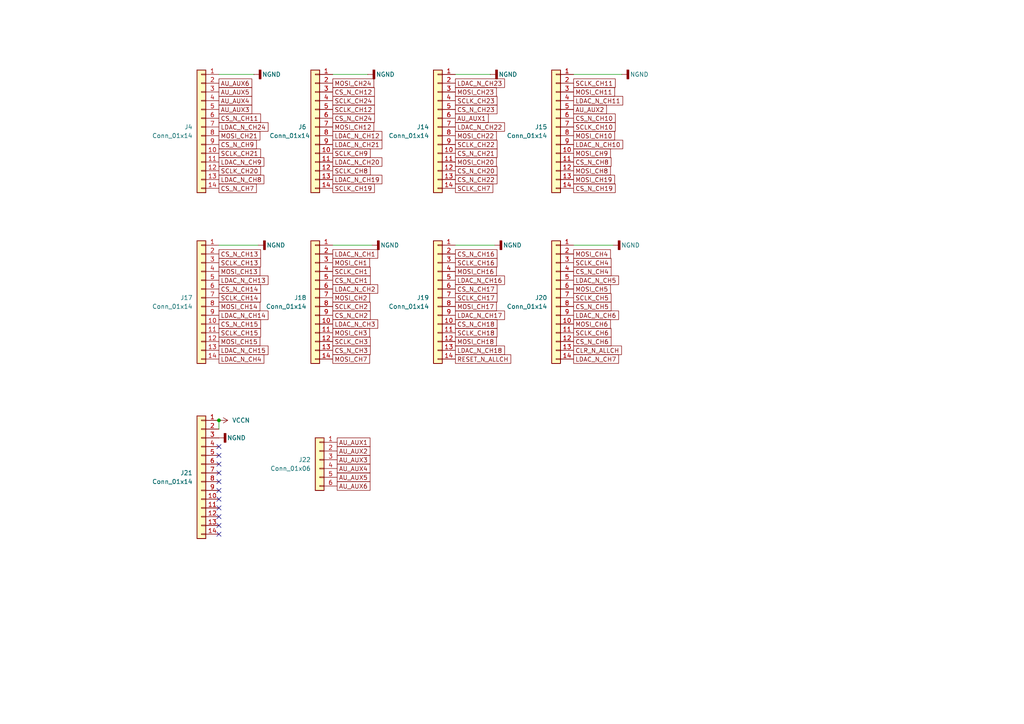
<source format=kicad_sch>
(kicad_sch (version 20250114) (generator "eeschema") (generator_version "9.0")
  (paper "A4")
  (lib_symbols
    (symbol "Connector_Generic:Conn_01x06" (pin_names (offset 1.016) (hide yes))
      (property "Reference" "J" (at 0 7.62 0))
      (property "Value" "Conn_01x06" (at 0 -10.16 0))
      (symbol "Conn_01x06_1_1"
        (rectangle (start -1.27 6.35) (end 1.27 -8.89) (stroke (width 0.254)) (fill (type background)))
        (rectangle (start -1.27 5.207) (end 0 4.953) (stroke (width 0.1524)))
        (rectangle (start -1.27 2.667) (end 0 2.413) (stroke (width 0.1524)))
        (rectangle (start -1.27 0.127) (end 0 -0.127) (stroke (width 0.1524)))
        (rectangle (start -1.27 -2.413) (end 0 -2.667) (stroke (width 0.1524)))
        (rectangle (start -1.27 -4.953) (end 0 -5.207) (stroke (width 0.1524)))
        (rectangle (start -1.27 -7.493) (end 0 -7.747) (stroke (width 0.1524)))
        (pin passive line (at -5.08 5.08 0) (length 3.81) (name "Pin_1") (number "1"))
        (pin passive line (at -5.08 2.54 0) (length 3.81) (name "Pin_2") (number "2"))
        (pin passive line (at -5.08 0 0) (length 3.81) (name "Pin_3") (number "3"))
        (pin passive line (at -5.08 -2.54 0) (length 3.81) (name "Pin_4") (number "4"))
        (pin passive line (at -5.08 -5.08 0) (length 3.81) (name "Pin_5") (number "5"))
        (pin passive line (at -5.08 -7.62 0) (length 3.81) (name "Pin_6") (number "6"))
      )
    )
    (symbol "Connector_Generic:Conn_01x14" (pin_names (offset 1.016) (hide yes))
      (property "Reference" "J" (at 0 17.78 0))
      (property "Value" "Conn_01x14" (at 0 -20.32 0))
      (symbol "Conn_01x14_1_1"
        (rectangle (start -1.27 16.51) (end 1.27 -19.05) (stroke (width 0.254)) (fill (type background)))
        (rectangle (start -1.27 15.367) (end 0 15.113) (stroke (width 0.1524)))
        (rectangle (start -1.27 12.827) (end 0 12.573) (stroke (width 0.1524)))
        (rectangle (start -1.27 10.287) (end 0 10.033) (stroke (width 0.1524)))
        (rectangle (start -1.27 7.747) (end 0 7.493) (stroke (width 0.1524)))
        (rectangle (start -1.27 5.207) (end 0 4.953) (stroke (width 0.1524)))
        (rectangle (start -1.27 2.667) (end 0 2.413) (stroke (width 0.1524)))
        (rectangle (start -1.27 0.127) (end 0 -0.127) (stroke (width 0.1524)))
        (rectangle (start -1.27 -2.413) (end 0 -2.667) (stroke (width 0.1524)))
        (rectangle (start -1.27 -4.953) (end 0 -5.207) (stroke (width 0.1524)))
        (rectangle (start -1.27 -7.493) (end 0 -7.747) (stroke (width 0.1524)))
        (rectangle (start -1.27 -10.033) (end 0 -10.287) (stroke (width 0.1524)))
        (rectangle (start -1.27 -12.573) (end 0 -12.827) (stroke (width 0.1524)))
        (rectangle (start -1.27 -15.113) (end 0 -15.367) (stroke (width 0.1524)))
        (rectangle (start -1.27 -17.653) (end 0 -17.907) (stroke (width 0.1524)))
        (pin passive line (at -5.08 15.24 0) (length 3.81) (name "Pin_1") (number "1"))
        (pin passive line (at -5.08 12.7 0) (length 3.81) (name "Pin_2") (number "2"))
        (pin passive line (at -5.08 10.16 0) (length 3.81) (name "Pin_3") (number "3"))
        (pin passive line (at -5.08 7.62 0) (length 3.81) (name "Pin_4") (number "4"))
        (pin passive line (at -5.08 5.08 0) (length 3.81) (name "Pin_5") (number "5"))
        (pin passive line (at -5.08 2.54 0) (length 3.81) (name "Pin_6") (number "6"))
        (pin passive line (at -5.08 0 0) (length 3.81) (name "Pin_7") (number "7"))
        (pin passive line (at -5.08 -2.54 0) (length 3.81) (name "Pin_8") (number "8"))
        (pin passive line (at -5.08 -5.08 0) (length 3.81) (name "Pin_9") (number "9"))
        (pin passive line (at -5.08 -7.62 0) (length 3.81) (name "Pin_10") (number "10"))
        (pin passive line (at -5.08 -10.16 0) (length 3.81) (name "Pin_11") (number "11"))
        (pin passive line (at -5.08 -12.7 0) (length 3.81) (name "Pin_12") (number "12"))
        (pin passive line (at -5.08 -15.24 0) (length 3.81) (name "Pin_13") (number "13"))
        (pin passive line (at -5.08 -17.78 0) (length 3.81) (name "Pin_14") (number "14"))
      )
    )
    (symbol "power:GNDD" (power) (pin_numbers (hide yes)) (pin_names (offset 0) (hide yes))
      (property "Value" "GNDD" (at 0 -3.175 0))
      (symbol "GNDD_0_1"
        (rectangle (start -1.27 -1.524) (end 1.27 -2.032) (stroke (width 0.254)) (fill (type outline)))
        (polyline (pts (xy 0 0) (xy 0 -1.524)))
      )
      (symbol "GNDD_1_1"
        (pin power_in line (at 0 0 270) (length 0) (name "~") (number "1"))
      )
    )
    (symbol "power:VCC" (power) (pin_numbers (hide yes)) (pin_names (offset 0) (hide yes))
      (property "Value" "VCC" (at 0 3.556 0))
      (symbol "VCC_0_1"
        (polyline (pts (xy -0.762 1.27) (xy 0 2.54)))
        (polyline (pts (xy 0 2.54) (xy 0.762 1.27)))
        (polyline (pts (xy 0 0) (xy 0 2.54)))
      )
      (symbol "VCC_1_1"
        (pin power_in line (at 0 0 90) (length 0) (name "~") (number "1"))
      )
    )
  )
  (junction (at 63.5 121.92))
  (no_connect (at 63.5 139.7))
  (no_connect (at 63.5 129.54))
  (no_connect (at 63.5 137.16))
  (no_connect (at 63.5 134.62))
  (no_connect (at 63.5 152.4))
  (no_connect (at 63.5 149.86))
  (no_connect (at 63.5 132.08))
  (no_connect (at 63.5 144.78))
  (no_connect (at 63.5 147.32))
  (no_connect (at 63.5 154.94))
  (no_connect (at 63.5 142.24))
  (wire (pts (xy 106.68 21.59) (xy 96.52 21.59)))
  (wire (pts (xy 107.95 71.12) (xy 96.52 71.12)))
  (wire (pts (xy 143.51 71.12) (xy 132.08 71.12)))
  (wire (pts (xy 74.93 71.12) (xy 63.5 71.12)))
  (wire (pts (xy 142.24 21.59) (xy 132.08 21.59)))
  (wire (pts (xy 73.66 21.59) (xy 63.5 21.59)))
  (wire (pts (xy 177.8 71.12) (xy 166.37 71.12)))
  (wire (pts (xy 63.5 121.92) (xy 63.5 124.46)))
  (wire (pts (xy 180.34 21.59) (xy 166.37 21.59)))
  (global_label "SCLK_CH7" (shape passive) (at 132.08 54.61 0) (property "Intersheetrefs" "${INTERSHEET_REFS}" (effects (hide yes))))
  (global_label "LDAC_N_CH17" (shape passive) (at 132.08 91.44 0) (property "Intersheetrefs" "${INTERSHEET_REFS}" (effects (hide yes))))
  (global_label "AU_AUX2" (shape passive) (at 166.37 31.75 0) (property "Intersheetrefs" "${INTERSHEET_REFS}" (effects (hide yes))))
  (global_label "CLR_N_ALLCH" (shape passive) (at 166.37 101.6 0) (property "Intersheetrefs" "${INTERSHEET_REFS}" (effects (hide yes))))
  (global_label "MOSI_CH19" (shape passive) (at 166.37 52.07 0) (property "Intersheetrefs" "${INTERSHEET_REFS}" (effects (hide yes))))
  (global_label "LDAC_N_CH9" (shape passive) (at 63.5 46.99 0) (property "Intersheetrefs" "${INTERSHEET_REFS}" (effects (hide yes))))
  (global_label "CS_N_CH7" (shape passive) (at 63.5 54.61 0) (property "Intersheetrefs" "${INTERSHEET_REFS}" (effects (hide yes))))
  (global_label "MOSI_CH24" (shape passive) (at 96.52 24.13 0) (property "Intersheetrefs" "${INTERSHEET_REFS}" (effects (hide yes))))
  (global_label "CS_N_CH11" (shape passive) (at 63.5 34.29 0) (property "Intersheetrefs" "${INTERSHEET_REFS}" (effects (hide yes))))
  (global_label "SCLK_CH12" (shape passive) (at 96.52 31.75 0) (property "Intersheetrefs" "${INTERSHEET_REFS}" (effects (hide yes))))
  (global_label "LDAC_N_CH16" (shape passive) (at 132.08 81.28 0) (property "Intersheetrefs" "${INTERSHEET_REFS}" (effects (hide yes))))
  (global_label "SCLK_CH3" (shape passive) (at 96.52 99.06 0) (property "Intersheetrefs" "${INTERSHEET_REFS}" (effects (hide yes))))
  (global_label "MOSI_CH9" (shape passive) (at 166.37 44.45 0) (property "Intersheetrefs" "${INTERSHEET_REFS}" (effects (hide yes))))
  (global_label "SCLK_CH20" (shape passive) (at 63.5 49.53 0) (property "Intersheetrefs" "${INTERSHEET_REFS}" (effects (hide yes))))
  (global_label "SCLK_CH1" (shape passive) (at 96.52 78.74 0) (property "Intersheetrefs" "${INTERSHEET_REFS}" (effects (hide yes))))
  (global_label "SCLK_CH17" (shape passive) (at 132.08 86.36 0) (property "Intersheetrefs" "${INTERSHEET_REFS}" (effects (hide yes))))
  (global_label "AU_AUX1" (shape passive) (at 132.08 34.29 0) (property "Intersheetrefs" "${INTERSHEET_REFS}" (effects (hide yes))))
  (global_label "MOSI_CH13" (shape passive) (at 63.5 78.74 0) (property "Intersheetrefs" "${INTERSHEET_REFS}" (effects (hide yes))))
  (global_label "SCLK_CH4" (shape passive) (at 166.37 76.2 0) (property "Intersheetrefs" "${INTERSHEET_REFS}" (effects (hide yes))))
  (global_label "CS_N_CH10" (shape passive) (at 166.37 34.29 0) (property "Intersheetrefs" "${INTERSHEET_REFS}" (effects (hide yes))))
  (global_label "SCLK_CH21" (shape passive) (at 63.5 44.45 0) (property "Intersheetrefs" "${INTERSHEET_REFS}" (effects (hide yes))))
  (global_label "AU_AUX1" (shape passive) (at 97.79 128.27 0) (property "Intersheetrefs" "${INTERSHEET_REFS}" (effects (hide yes))))
  (global_label "LDAC_N_CH15" (shape passive) (at 63.5 101.6 0) (property "Intersheetrefs" "${INTERSHEET_REFS}" (effects (hide yes))))
  (global_label "SCLK_CH6" (shape passive) (at 166.37 96.52 0) (property "Intersheetrefs" "${INTERSHEET_REFS}" (effects (hide yes))))
  (global_label "AU_AUX4" (shape passive) (at 63.5 29.21 0) (property "Intersheetrefs" "${INTERSHEET_REFS}" (effects (hide yes))))
  (global_label "SCLK_CH13" (shape passive) (at 63.5 76.2 0) (property "Intersheetrefs" "${INTERSHEET_REFS}" (effects (hide yes))))
  (global_label "MOSI_CH11" (shape passive) (at 166.37 26.67 0) (property "Intersheetrefs" "${INTERSHEET_REFS}" (effects (hide yes))))
  (global_label "SCLK_CH8" (shape passive) (at 96.52 49.53 0) (property "Intersheetrefs" "${INTERSHEET_REFS}" (effects (hide yes))))
  (global_label "SCLK_CH16" (shape passive) (at 132.08 76.2 0) (property "Intersheetrefs" "${INTERSHEET_REFS}" (effects (hide yes))))
  (global_label "AU_AUX5" (shape passive) (at 97.79 138.43 0) (property "Intersheetrefs" "${INTERSHEET_REFS}" (effects (hide yes))))
  (global_label "CS_N_CH6" (shape passive) (at 166.37 99.06 0) (property "Intersheetrefs" "${INTERSHEET_REFS}" (effects (hide yes))))
  (global_label "CS_N_CH2" (shape passive) (at 96.52 91.44 0) (property "Intersheetrefs" "${INTERSHEET_REFS}" (effects (hide yes))))
  (global_label "MOSI_CH5" (shape passive) (at 166.37 83.82 0) (property "Intersheetrefs" "${INTERSHEET_REFS}" (effects (hide yes))))
  (global_label "MOSI_CH18" (shape passive) (at 132.08 99.06 0) (property "Intersheetrefs" "${INTERSHEET_REFS}" (effects (hide yes))))
  (global_label "CS_N_CH16" (shape passive) (at 132.08 73.66 0) (property "Intersheetrefs" "${INTERSHEET_REFS}" (effects (hide yes))))
  (global_label "LDAC_N_CH13" (shape passive) (at 63.5 81.28 0) (property "Intersheetrefs" "${INTERSHEET_REFS}" (effects (hide yes))))
  (global_label "AU_AUX3" (shape passive) (at 63.5 31.75 0) (property "Intersheetrefs" "${INTERSHEET_REFS}" (effects (hide yes))))
  (global_label "SCLK_CH24" (shape passive) (at 96.52 29.21 0) (property "Intersheetrefs" "${INTERSHEET_REFS}" (effects (hide yes))))
  (global_label "CS_N_CH5" (shape passive) (at 166.37 88.9 0) (property "Intersheetrefs" "${INTERSHEET_REFS}" (effects (hide yes))))
  (global_label "MOSI_CH16" (shape passive) (at 132.08 78.74 0) (property "Intersheetrefs" "${INTERSHEET_REFS}" (effects (hide yes))))
  (global_label "CS_N_CH14" (shape passive) (at 63.5 83.82 0) (property "Intersheetrefs" "${INTERSHEET_REFS}" (effects (hide yes))))
  (global_label "AU_AUX5" (shape passive) (at 63.5 26.67 0) (property "Intersheetrefs" "${INTERSHEET_REFS}" (effects (hide yes))))
  (global_label "SCLK_CH23" (shape passive) (at 132.08 29.21 0) (property "Intersheetrefs" "${INTERSHEET_REFS}" (effects (hide yes))))
  (global_label "CS_N_CH12" (shape passive) (at 96.52 26.67 0) (property "Intersheetrefs" "${INTERSHEET_REFS}" (effects (hide yes))))
  (global_label "LDAC_N_CH12" (shape passive) (at 96.52 39.37 0) (property "Intersheetrefs" "${INTERSHEET_REFS}" (effects (hide yes))))
  (global_label "SCLK_CH15" (shape passive) (at 63.5 96.52 0) (property "Intersheetrefs" "${INTERSHEET_REFS}" (effects (hide yes))))
  (global_label "CS_N_CH15" (shape passive) (at 63.5 93.98 0) (property "Intersheetrefs" "${INTERSHEET_REFS}" (effects (hide yes))))
  (global_label "CS_N_CH21" (shape passive) (at 132.08 44.45 0) (property "Intersheetrefs" "${INTERSHEET_REFS}" (effects (hide yes))))
  (global_label "MOSI_CH8" (shape passive) (at 166.37 49.53 0) (property "Intersheetrefs" "${INTERSHEET_REFS}" (effects (hide yes))))
  (global_label "LDAC_N_CH5" (shape passive) (at 166.37 81.28 0) (property "Intersheetrefs" "${INTERSHEET_REFS}" (effects (hide yes))))
  (global_label "LDAC_N_CH23" (shape passive) (at 132.08 24.13 0) (property "Intersheetrefs" "${INTERSHEET_REFS}" (effects (hide yes))))
  (global_label "LDAC_N_CH22" (shape passive) (at 132.08 36.83 0) (property "Intersheetrefs" "${INTERSHEET_REFS}" (effects (hide yes))))
  (global_label "LDAC_N_CH8" (shape passive) (at 63.5 52.07 0) (property "Intersheetrefs" "${INTERSHEET_REFS}" (effects (hide yes))))
  (global_label "SCLK_CH11" (shape passive) (at 166.37 24.13 0) (property "Intersheetrefs" "${INTERSHEET_REFS}" (effects (hide yes))))
  (global_label "MOSI_CH20" (shape passive) (at 132.08 46.99 0) (property "Intersheetrefs" "${INTERSHEET_REFS}" (effects (hide yes))))
  (global_label "LDAC_N_CH2" (shape passive) (at 96.52 83.82 0) (property "Intersheetrefs" "${INTERSHEET_REFS}" (effects (hide yes))))
  (global_label "SCLK_CH9" (shape passive) (at 96.52 44.45 0) (property "Intersheetrefs" "${INTERSHEET_REFS}" (effects (hide yes))))
  (global_label "MOSI_CH22" (shape passive) (at 132.08 39.37 0) (property "Intersheetrefs" "${INTERSHEET_REFS}" (effects (hide yes))))
  (global_label "LDAC_N_CH7" (shape passive) (at 166.37 104.14 0) (property "Intersheetrefs" "${INTERSHEET_REFS}" (effects (hide yes))))
  (global_label "LDAC_N_CH14" (shape passive) (at 63.5 91.44 0) (property "Intersheetrefs" "${INTERSHEET_REFS}" (effects (hide yes))))
  (global_label "SCLK_CH19" (shape passive) (at 96.52 54.61 0) (property "Intersheetrefs" "${INTERSHEET_REFS}" (effects (hide yes))))
  (global_label "SCLK_CH22" (shape passive) (at 132.08 41.91 0) (property "Intersheetrefs" "${INTERSHEET_REFS}" (effects (hide yes))))
  (global_label "LDAC_N_CH19" (shape passive) (at 96.52 52.07 0) (property "Intersheetrefs" "${INTERSHEET_REFS}" (effects (hide yes))))
  (global_label "LDAC_N_CH18" (shape passive) (at 132.08 101.6 0) (property "Intersheetrefs" "${INTERSHEET_REFS}" (effects (hide yes))))
  (global_label "LDAC_N_CH6" (shape passive) (at 166.37 91.44 0) (property "Intersheetrefs" "${INTERSHEET_REFS}" (effects (hide yes))))
  (global_label "CS_N_CH23" (shape passive) (at 132.08 31.75 0) (property "Intersheetrefs" "${INTERSHEET_REFS}" (effects (hide yes))))
  (global_label "LDAC_N_CH3" (shape passive) (at 96.52 93.98 0) (property "Intersheetrefs" "${INTERSHEET_REFS}" (effects (hide yes))))
  (global_label "CS_N_CH8" (shape passive) (at 166.37 46.99 0) (property "Intersheetrefs" "${INTERSHEET_REFS}" (effects (hide yes))))
  (global_label "MOSI_CH2" (shape passive) (at 96.52 86.36 0) (property "Intersheetrefs" "${INTERSHEET_REFS}" (effects (hide yes))))
  (global_label "AU_AUX6" (shape passive) (at 63.5 24.13 0) (property "Intersheetrefs" "${INTERSHEET_REFS}" (effects (hide yes))))
  (global_label "CS_N_CH19" (shape passive) (at 166.37 54.61 0) (property "Intersheetrefs" "${INTERSHEET_REFS}" (effects (hide yes))))
  (global_label "MOSI_CH3" (shape passive) (at 96.52 96.52 0) (property "Intersheetrefs" "${INTERSHEET_REFS}" (effects (hide yes))))
  (global_label "SCLK_CH2" (shape passive) (at 96.52 88.9 0) (property "Intersheetrefs" "${INTERSHEET_REFS}" (effects (hide yes))))
  (global_label "AU_AUX4" (shape passive) (at 97.79 135.89 0) (property "Intersheetrefs" "${INTERSHEET_REFS}" (effects (hide yes))))
  (global_label "SCLK_CH14" (shape passive) (at 63.5 86.36 0) (property "Intersheetrefs" "${INTERSHEET_REFS}" (effects (hide yes))))
  (global_label "LDAC_N_CH20" (shape passive) (at 96.52 46.99 0) (property "Intersheetrefs" "${INTERSHEET_REFS}" (effects (hide yes))))
  (global_label "CS_N_CH20" (shape passive) (at 132.08 49.53 0) (property "Intersheetrefs" "${INTERSHEET_REFS}" (effects (hide yes))))
  (global_label "MOSI_CH21" (shape passive) (at 63.5 39.37 0) (property "Intersheetrefs" "${INTERSHEET_REFS}" (effects (hide yes))))
  (global_label "LDAC_N_CH10" (shape passive) (at 166.37 41.91 0) (property "Intersheetrefs" "${INTERSHEET_REFS}" (effects (hide yes))))
  (global_label "MOSI_CH4" (shape passive) (at 166.37 73.66 0) (property "Intersheetrefs" "${INTERSHEET_REFS}" (effects (hide yes))))
  (global_label "CS_N_CH4" (shape passive) (at 166.37 78.74 0) (property "Intersheetrefs" "${INTERSHEET_REFS}" (effects (hide yes))))
  (global_label "MOSI_CH14" (shape passive) (at 63.5 88.9 0) (property "Intersheetrefs" "${INTERSHEET_REFS}" (effects (hide yes))))
  (global_label "SCLK_CH5" (shape passive) (at 166.37 86.36 0) (property "Intersheetrefs" "${INTERSHEET_REFS}" (effects (hide yes))))
  (global_label "SCLK_CH10" (shape passive) (at 166.37 36.83 0) (property "Intersheetrefs" "${INTERSHEET_REFS}" (effects (hide yes))))
  (global_label "AU_AUX6" (shape passive) (at 97.79 140.97 0) (property "Intersheetrefs" "${INTERSHEET_REFS}" (effects (hide yes))))
  (global_label "SCLK_CH18" (shape passive) (at 132.08 96.52 0) (property "Intersheetrefs" "${INTERSHEET_REFS}" (effects (hide yes))))
  (global_label "MOSI_CH6" (shape passive) (at 166.37 93.98 0) (property "Intersheetrefs" "${INTERSHEET_REFS}" (effects (hide yes))))
  (global_label "MOSI_CH7" (shape passive) (at 96.52 104.14 0) (property "Intersheetrefs" "${INTERSHEET_REFS}" (effects (hide yes))))
  (global_label "CS_N_CH22" (shape passive) (at 132.08 52.07 0) (property "Intersheetrefs" "${INTERSHEET_REFS}" (effects (hide yes))))
  (global_label "MOSI_CH1" (shape passive) (at 96.52 76.2 0) (property "Intersheetrefs" "${INTERSHEET_REFS}" (effects (hide yes))))
  (global_label "MOSI_CH23" (shape passive) (at 132.08 26.67 0) (property "Intersheetrefs" "${INTERSHEET_REFS}" (effects (hide yes))))
  (global_label "MOSI_CH10" (shape passive) (at 166.37 39.37 0) (property "Intersheetrefs" "${INTERSHEET_REFS}" (effects (hide yes))))
  (global_label "LDAC_N_CH24" (shape passive) (at 63.5 36.83 0) (property "Intersheetrefs" "${INTERSHEET_REFS}" (effects (hide yes))))
  (global_label "CS_N_CH9" (shape passive) (at 63.5 41.91 0) (property "Intersheetrefs" "${INTERSHEET_REFS}" (effects (hide yes))))
  (global_label "RESET_N_ALLCH" (shape passive) (at 132.08 104.14 0) (property "Intersheetrefs" "${INTERSHEET_REFS}" (effects (hide yes))))
  (global_label "CS_N_CH18" (shape passive) (at 132.08 93.98 0) (property "Intersheetrefs" "${INTERSHEET_REFS}" (effects (hide yes))))
  (global_label "CS_N_CH1" (shape passive) (at 96.52 81.28 0) (property "Intersheetrefs" "${INTERSHEET_REFS}" (effects (hide yes))))
  (global_label "CS_N_CH24" (shape passive) (at 96.52 34.29 0) (property "Intersheetrefs" "${INTERSHEET_REFS}" (effects (hide yes))))
  (global_label "LDAC_N_CH21" (shape passive) (at 96.52 41.91 0) (property "Intersheetrefs" "${INTERSHEET_REFS}" (effects (hide yes))))
  (global_label "LDAC_N_CH1" (shape passive) (at 96.52 73.66 0) (property "Intersheetrefs" "${INTERSHEET_REFS}" (effects (hide yes))))
  (global_label "MOSI_CH17" (shape passive) (at 132.08 88.9 0) (property "Intersheetrefs" "${INTERSHEET_REFS}" (effects (hide yes))))
  (global_label "CS_N_CH13" (shape passive) (at 63.5 73.66 0) (property "Intersheetrefs" "${INTERSHEET_REFS}" (effects (hide yes))))
  (global_label "CS_N_CH3" (shape passive) (at 96.52 101.6 0) (property "Intersheetrefs" "${INTERSHEET_REFS}" (effects (hide yes))))
  (global_label "LDAC_N_CH4" (shape passive) (at 63.5 104.14 0) (property "Intersheetrefs" "${INTERSHEET_REFS}" (effects (hide yes))))
  (global_label "LDAC_N_CH11" (shape passive) (at 166.37 29.21 0) (property "Intersheetrefs" "${INTERSHEET_REFS}" (effects (hide yes))))
  (global_label "MOSI_CH12" (shape passive) (at 96.52 36.83 0) (property "Intersheetrefs" "${INTERSHEET_REFS}" (effects (hide yes))))
  (global_label "CS_N_CH17" (shape passive) (at 132.08 83.82 0) (property "Intersheetrefs" "${INTERSHEET_REFS}" (effects (hide yes))))
  (global_label "AU_AUX2" (shape passive) (at 97.79 130.81 0) (property "Intersheetrefs" "${INTERSHEET_REFS}" (effects (hide yes))))
  (global_label "AU_AUX3" (shape passive) (at 97.79 133.35 0) (property "Intersheetrefs" "${INTERSHEET_REFS}" (effects (hide yes))))
  (global_label "MOSI_CH15" (shape passive) (at 63.5 99.06 0) (property "Intersheetrefs" "${INTERSHEET_REFS}" (effects (hide yes))))
  (symbol (lib_id "power:GNDD") (at 180.34 21.59 90) (unit 1)
    (property "Reference" "#PWR0484" (effects (hide yes)))
    (property "Value" "NGND" (at 185.42 21.59 90))
    (property "Description" "Power symbol creates a global label with name \"GNDD\" , digital ground" (effects (hide yes)))
  )
  (symbol (lib_id "Connector_Generic:Conn_01x14") (at 161.29 86.36 0) (mirror y) (unit 1)
    (property "Reference" "J20" (at 158.75 86.3599 0) (effects (justify left)))
    (property "Value" "Conn_01x14" (at 158.75 88.8999 0) (effects (justify left)))
    (property "Footprint" "Connector_PinHeader_2.54mm:PinHeader_1x14_P2.54mm_Vertical" (effects (hide yes)))
    (property "Description" "Generic connector, single row, 01x14, script generated (kicad-library-utils/schlib/autogen/connector/)" (effects (hide yes)))
  )
  (symbol (lib_id "Connector_Generic:Conn_01x14") (at 91.44 36.83 0) (mirror y) (unit 1)
    (property "Reference" "J6" (at 88.9 36.8299 0) (effects (justify left)))
    (property "Value" "Conn_01x14" (at 89.916 39.37 0) (effects (justify left)))
    (property "Footprint" "Connector_PinHeader_2.54mm:PinHeader_1x14_P2.54mm_Vertical" (effects (hide yes)))
    (property "Description" "Generic connector, single row, 01x14, script generated (kicad-library-utils/schlib/autogen/connector/)" (effects (hide yes)))
  )
  (symbol (lib_id "power:GNDD") (at 73.66 21.59 90) (unit 1)
    (property "Reference" "#PWR0453" (effects (hide yes)))
    (property "Value" "NGND" (at 78.74 21.59 90))
    (property "Description" "Power symbol creates a global label with name \"GNDD\" , digital ground" (effects (hide yes)))
  )
  (symbol (lib_id "Connector_Generic:Conn_01x14") (at 91.44 86.36 0) (mirror y) (unit 1)
    (property "Reference" "J18" (at 88.9 86.3599 0) (effects (justify left)))
    (property "Value" "Conn_01x14" (at 88.9 88.8999 0) (effects (justify left)))
    (property "Footprint" "Connector_PinHeader_2.54mm:PinHeader_1x14_P2.54mm_Vertical" (effects (hide yes)))
    (property "Description" "Generic connector, single row, 01x14, script generated (kicad-library-utils/schlib/autogen/connector/)" (effects (hide yes)))
  )
  (symbol (lib_id "Connector_Generic:Conn_01x06") (at 92.71 133.35 0) (mirror y) (unit 1)
    (property "Reference" "J22" (at 90.17 133.3499 0) (effects (justify left)))
    (property "Value" "Conn_01x06" (at 90.17 135.8899 0) (effects (justify left)))
    (property "Footprint" "Connector_PinHeader_2.54mm:PinHeader_1x06_P2.54mm_Vertical" (effects (hide yes)))
    (property "Description" "Generic connector, single row, 01x06, script generated (kicad-library-utils/schlib/autogen/connector/)" (effects (hide yes)))
  )
  (symbol (lib_id "Connector_Generic:Conn_01x14") (at 161.29 36.83 0) (mirror y) (unit 1)
    (property "Reference" "J15" (at 158.75 36.8299 0) (effects (justify left)))
    (property "Value" "Conn_01x14" (at 158.75 39.3699 0) (effects (justify left)))
    (property "Footprint" "Connector_PinHeader_2.54mm:PinHeader_1x14_P2.54mm_Vertical" (effects (hide yes)))
    (property "Description" "Generic connector, single row, 01x14, script generated (kicad-library-utils/schlib/autogen/connector/)" (effects (hide yes)))
  )
  (symbol (lib_id "power:GNDD") (at 142.24 21.59 90) (unit 1)
    (property "Reference" "#PWR0483" (effects (hide yes)))
    (property "Value" "NGND" (at 147.32 21.59 90))
    (property "Description" "Power symbol creates a global label with name \"GNDD\" , digital ground" (effects (hide yes)))
  )
  (symbol (lib_id "power:VCC") (at 63.5 121.92 270) (mirror x) (unit 1)
    (property "Reference" "#PWR0489" (effects (hide yes)))
    (property "Value" "VCCN" (at 67.31 121.9199 90) (effects (justify left)))
    (property "Description" "Power symbol creates a global label with name \"VCC\"" (effects (hide yes)))
  )
  (symbol (lib_id "Connector_Generic:Conn_01x14") (at 58.42 137.16 0) (mirror y) (unit 1)
    (property "Reference" "J21" (at 55.88 137.1599 0) (effects (justify left)))
    (property "Value" "Conn_01x14" (at 55.88 139.6999 0) (effects (justify left)))
    (property "Footprint" "Connector_PinHeader_2.54mm:PinHeader_1x14_P2.54mm_Vertical" (effects (hide yes)))
    (property "Description" "Generic connector, single row, 01x14, script generated (kicad-library-utils/schlib/autogen/connector/)" (effects (hide yes)))
  )
  (symbol (lib_id "power:GNDD") (at 63.5 127 90) (unit 1)
    (property "Reference" "#PWR0490" (effects (hide yes)))
    (property "Value" "NGND" (at 68.58 127 90))
    (property "Description" "Power symbol creates a global label with name \"GNDD\" , digital ground" (effects (hide yes)))
  )
  (symbol (lib_id "power:GNDD") (at 143.51 71.12 90) (unit 1)
    (property "Reference" "#PWR0487" (effects (hide yes)))
    (property "Value" "NGND" (at 148.59 71.12 90))
    (property "Description" "Power symbol creates a global label with name \"GNDD\" , digital ground" (effects (hide yes)))
  )
  (symbol (lib_id "Connector_Generic:Conn_01x14") (at 58.42 86.36 0) (mirror y) (unit 1)
    (property "Reference" "J17" (at 55.88 86.3599 0) (effects (justify left)))
    (property "Value" "Conn_01x14" (at 55.88 88.8999 0) (effects (justify left)))
    (property "Footprint" "Connector_PinHeader_2.54mm:PinHeader_1x14_P2.54mm_Vertical" (effects (hide yes)))
    (property "Description" "Generic connector, single row, 01x14, script generated (kicad-library-utils/schlib/autogen/connector/)" (effects (hide yes)))
  )
  (symbol (lib_id "power:GNDD") (at 74.93 71.12 90) (unit 1)
    (property "Reference" "#PWR0485" (effects (hide yes)))
    (property "Value" "NGND" (at 80.01 71.12 90))
    (property "Description" "Power symbol creates a global label with name \"GNDD\" , digital ground" (effects (hide yes)))
  )
  (symbol (lib_id "Connector_Generic:Conn_01x14") (at 127 36.83 0) (mirror y) (unit 1)
    (property "Reference" "J14" (at 124.46 36.8299 0) (effects (justify left)))
    (property "Value" "Conn_01x14" (at 124.46 39.3699 0) (effects (justify left)))
    (property "Footprint" "Connector_PinHeader_2.54mm:PinHeader_1x14_P2.54mm_Vertical" (effects (hide yes)))
    (property "Description" "Generic connector, single row, 01x14, script generated (kicad-library-utils/schlib/autogen/connector/)" (effects (hide yes)))
  )
  (symbol (lib_id "Connector_Generic:Conn_01x14") (at 127 86.36 0) (mirror y) (unit 1)
    (property "Reference" "J19" (at 124.46 86.3599 0) (effects (justify left)))
    (property "Value" "Conn_01x14" (at 124.46 88.8999 0) (effects (justify left)))
    (property "Footprint" "Connector_PinHeader_2.54mm:PinHeader_1x14_P2.54mm_Vertical" (effects (hide yes)))
    (property "Description" "Generic connector, single row, 01x14, script generated (kicad-library-utils/schlib/autogen/connector/)" (effects (hide yes)))
  )
  (symbol (lib_id "Connector_Generic:Conn_01x14") (at 58.42 36.83 0) (mirror y) (unit 1)
    (property "Reference" "J4" (at 55.88 36.8299 0) (effects (justify left)))
    (property "Value" "Conn_01x14" (at 55.88 39.3699 0) (effects (justify left)))
    (property "Footprint" "Connector_PinHeader_2.54mm:PinHeader_1x14_P2.54mm_Vertical" (effects (hide yes)))
    (property "Description" "Generic connector, single row, 01x14, script generated (kicad-library-utils/schlib/autogen/connector/)" (effects (hide yes)))
  )
  (symbol (lib_id "power:GNDD") (at 106.68 21.59 90) (unit 1)
    (property "Reference" "#PWR0482" (effects (hide yes)))
    (property "Value" "NGND" (at 111.76 21.59 90))
    (property "Description" "Power symbol creates a global label with name \"GNDD\" , digital ground" (effects (hide yes)))
  )
  (symbol (lib_id "power:GNDD") (at 107.95 71.12 90) (unit 1)
    (property "Reference" "#PWR0486" (effects (hide yes)))
    (property "Value" "NGND" (at 113.03 71.12 90))
    (property "Description" "Power symbol creates a global label with name \"GNDD\" , digital ground" (effects (hide yes)))
  )
  (symbol (lib_id "power:GNDD") (at 177.8 71.12 90) (unit 1)
    (property "Reference" "#PWR0488" (effects (hide yes)))
    (property "Value" "NGND" (at 182.88 71.12 90))
    (property "Description" "Power symbol creates a global label with name \"GNDD\" , digital ground" (effects (hide yes)))
  )
)
</source>
